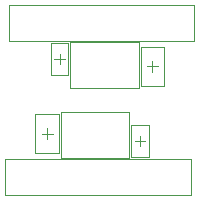
<source format=gbr>
G04*
G04 #@! TF.GenerationSoftware,Altium Limited,Altium Designer,25.8.1 (18)*
G04*
G04 Layer_Color=32768*
%FSLAX25Y25*%
%MOIN*%
G70*
G04*
G04 #@! TF.SameCoordinates,E2154C79-DA77-42C2-A4CA-17832CE20963*
G04*
G04*
G04 #@! TF.FilePolarity,Positive*
G04*
G01*
G75*
%ADD12C,0.00394*%
%ADD26C,0.00197*%
D12*
X116902Y145386D02*
X120445D01*
X118673Y143614D02*
Y147158D01*
X149606Y141142D02*
Y144685D01*
X147835Y142913D02*
X151378D01*
X122256Y151047D02*
X145091D01*
Y135693D02*
Y151047D01*
X122256Y135693D02*
X145091D01*
X122256D02*
Y151047D01*
X141917Y112339D02*
Y127693D01*
X119083D02*
X141917D01*
X119083Y112339D02*
Y127693D01*
Y112339D02*
X141917D01*
X112795Y120472D02*
X116339D01*
X114567Y118701D02*
Y122244D01*
X145500Y116228D02*
Y119772D01*
X143728Y118000D02*
X147272D01*
D26*
X121626Y140071D02*
Y150701D01*
X115720Y140071D02*
Y150701D01*
X121626D01*
X115720Y140071D02*
X121626D01*
X145669Y136417D02*
X153543D01*
X145669Y149409D02*
X153543D01*
X145669Y136417D02*
Y149409D01*
X153543Y136417D02*
Y149409D01*
X101689Y163370D02*
X163657D01*
Y151402D02*
Y163370D01*
X101689Y151402D02*
X163657D01*
X101689D02*
Y163370D01*
X162484Y100016D02*
Y111984D01*
X100516D02*
X162484D01*
X100516Y100016D02*
Y111984D01*
Y100016D02*
X162484D01*
X110630Y113976D02*
Y126969D01*
X118504Y113976D02*
Y126969D01*
X110630Y113976D02*
X118504D01*
X110630Y126969D02*
X118504D01*
X142547Y123315D02*
X148453D01*
X142547Y112685D02*
X148453D01*
Y123315D01*
X142547Y112685D02*
Y123315D01*
M02*

</source>
